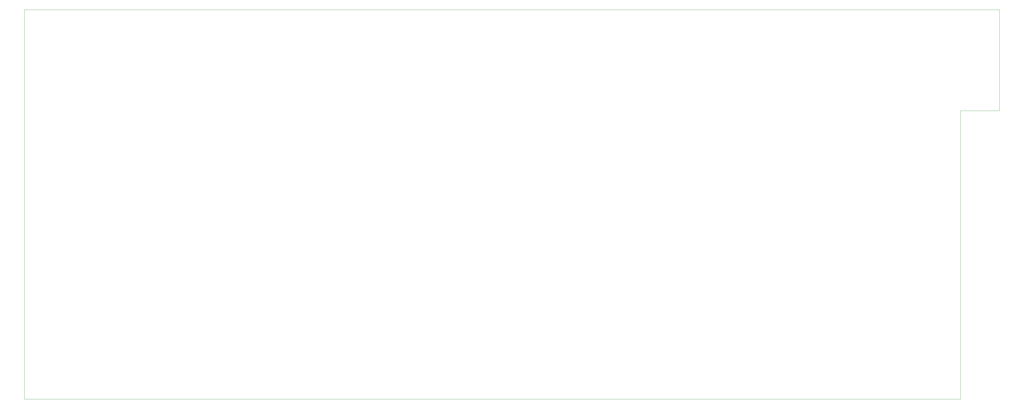
<source format=gbr>
%TF.GenerationSoftware,KiCad,Pcbnew,9.0.2*%
%TF.CreationDate,2025-07-29T21:02:51-05:00*%
%TF.ProjectId,realkeyboard,7265616c-6b65-4796-926f-6172642e6b69,rev?*%
%TF.SameCoordinates,Original*%
%TF.FileFunction,Profile,NP*%
%FSLAX46Y46*%
G04 Gerber Fmt 4.6, Leading zero omitted, Abs format (unit mm)*
G04 Created by KiCad (PCBNEW 9.0.2) date 2025-07-29 21:02:51*
%MOMM*%
%LPD*%
G01*
G04 APERTURE LIST*
%TA.AperFunction,Profile*%
%ADD10C,0.050000*%
%TD*%
G04 APERTURE END LIST*
D10*
X368300000Y-58420000D02*
X368300000Y-26670000D01*
X351790000Y-26670000D02*
X368300000Y-26670000D01*
X354330000Y-166370000D02*
X354330000Y-62865000D01*
X351790000Y-166370000D02*
X354330000Y-166370000D01*
X354330000Y-62865000D02*
X368300000Y-62865000D01*
X368300000Y-62865000D02*
X368300000Y-58420000D01*
X351790000Y-26670000D02*
X19050000Y-26670000D01*
X19050000Y-26670000D02*
X19050000Y-166370000D01*
X19050000Y-166370000D02*
X351790000Y-166370000D01*
M02*

</source>
